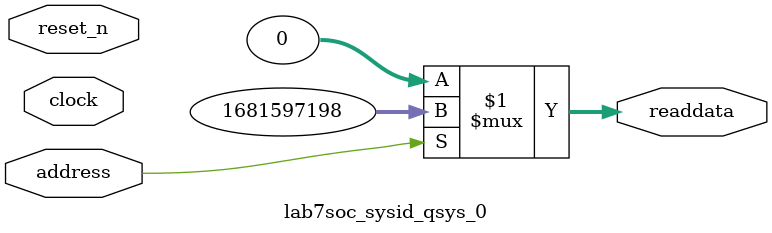
<source format=v>



// synthesis translate_off
`timescale 1ns / 1ps
// synthesis translate_on

// turn off superfluous verilog processor warnings 
// altera message_level Level1 
// altera message_off 10034 10035 10036 10037 10230 10240 10030 

module lab7soc_sysid_qsys_0 (
               // inputs:
                address,
                clock,
                reset_n,

               // outputs:
                readdata
             )
;

  output  [ 31: 0] readdata;
  input            address;
  input            clock;
  input            reset_n;

  wire    [ 31: 0] readdata;
  //control_slave, which is an e_avalon_slave
  assign readdata = address ? 1681597198 : 0;

endmodule



</source>
